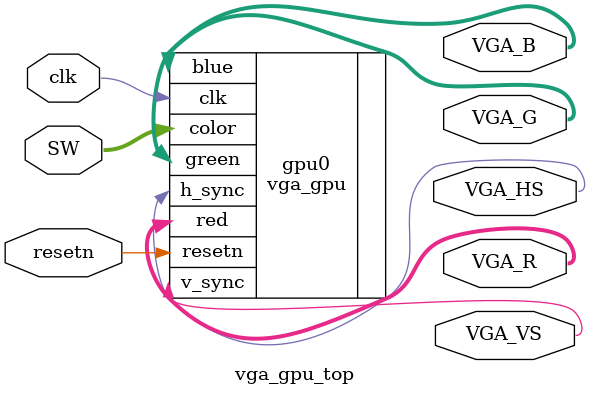
<source format=v>
module vga_gpu_top #(
    parameter H_VIS_AREA_PXL = 800,
    parameter H_FRONT_PORCH_PXL = 40,
    parameter H_SYNC_PULSE_PXL = 128,
    parameter H_BACK_PORCH_PXL = 88,
    parameter H_NUM_BITS = 11, // ceil(log2(H_WHOLE_LINE_PXL))

    parameter V_VIS_AREA_PXL =  600,
    parameter V_FRONT_PORCH_PXL =  1,
    parameter V_SYNC_PULSE_PXL =  4,
    parameter V_BACK_PORCH_PXL =  23,
    parameter V_NUM_BITS = 10, // ceil(log2(V_WHOE_FRAME_PXL))

    parameter CHANNEL_BITS = 4,
    parameter CHANNEL_COUNT = 4
) (
    input wire clk,
    input wire resetn,

    output wire [CHANNEL_BITS-1:0] VGA_R,
    output wire [CHANNEL_BITS-1:0] VGA_G,
    output wire [CHANNEL_BITS-1:0] VGA_B,

    output wire VGA_HS,
    output wire VGA_VS,

    input wire [CHANNEL_COUNT*CHANNEL_BITS-1:0] SW
);

    vga_gpu #(
        .H_VIS_AREA_PXL(H_VIS_AREA_PXL),
        .H_FRONT_PORCH_PXL(H_FRONT_PORCH_PXL),
        .H_SYNC_PULSE_PXL(H_SYNC_PULSE_PXL),
        .H_BACK_PORCH_PXL(H_BACK_PORCH_PXL),
        .H_NUM_BITS(H_NUM_BITS),

        .V_VIS_AREA_PXL(V_VIS_AREA_PXL),
        .V_FRONT_PORCH_PXL(V_FRONT_PORCH_PXL),
        .V_SYNC_PULSE_PXL(V_SYNC_PULSE_PXL),
        .V_BACK_PORCH_PXL(V_BACK_PORCH_PXL),
        .V_NUM_BITS(V_NUM_BITS),

        .CHANNEL_BITS(CHANNEL_BITS)
    ) gpu0 (
        .clk(clk),
        .resetn(resetn),

        .red(VGA_R),
        .green(VGA_G),
        .blue(VGA_B),

        .h_sync(VGA_HS),
        .v_sync(VGA_VS),

        .color(SW)
    );

endmodule

</source>
